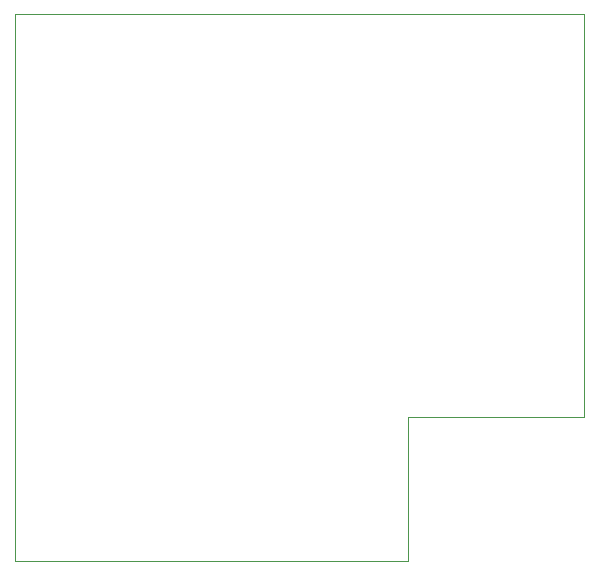
<source format=gbr>
%TF.GenerationSoftware,KiCad,Pcbnew,7.0.10*%
%TF.CreationDate,2024-04-19T21:49:06+08:00*%
%TF.ProjectId,MyProject1_4,4d795072-6f6a-4656-9374-315f342e6b69,rev?*%
%TF.SameCoordinates,Original*%
%TF.FileFunction,Profile,NP*%
%FSLAX46Y46*%
G04 Gerber Fmt 4.6, Leading zero omitted, Abs format (unit mm)*
G04 Created by KiCad (PCBNEW 7.0.10) date 2024-04-19 21:49:06*
%MOMM*%
%LPD*%
G01*
G04 APERTURE LIST*
%TA.AperFunction,Profile*%
%ADD10C,0.100000*%
%TD*%
G04 APERTURE END LIST*
D10*
X70900000Y-94900000D02*
X70900000Y-48600000D01*
X119100000Y-82700000D02*
X104200000Y-82700000D01*
X70900000Y-94900000D02*
X104200000Y-94900000D01*
X119100000Y-48600000D02*
X119100000Y-82700000D01*
X104200000Y-94900000D02*
X104200000Y-82700000D01*
X70900000Y-48600000D02*
X119100000Y-48600000D01*
M02*

</source>
